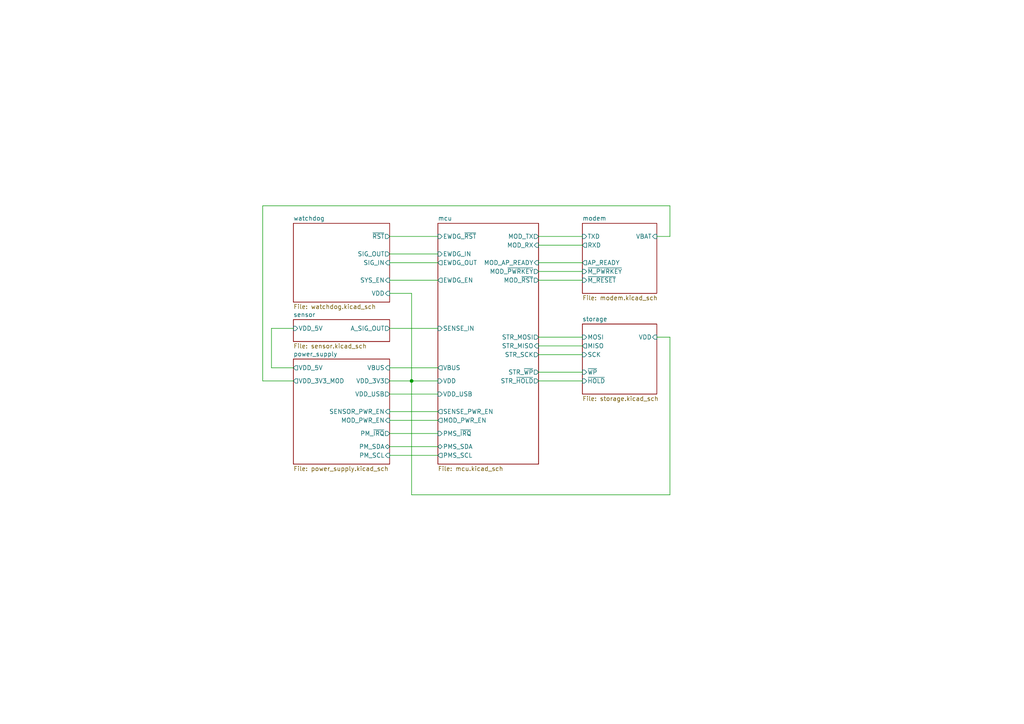
<source format=kicad_sch>
(kicad_sch
	(version 20250114)
	(generator "eeschema")
	(generator_version "9.0")
	(uuid "6eae54c6-c206-4dc6-8158-b1e680dd71f0")
	(paper "A4")
	(lib_symbols)
	(junction
		(at 119.38 110.49)
		(diameter 0)
		(color 0 0 0 0)
		(uuid "8306242f-13ad-4bdc-ae62-3c628620ef63")
	)
	(wire
		(pts
			(xy 113.03 114.3) (xy 127 114.3)
		)
		(stroke
			(width 0)
			(type default)
		)
		(uuid "0c6321a8-a43c-4861-901a-08837c9de064")
	)
	(wire
		(pts
			(xy 113.03 73.66) (xy 127 73.66)
		)
		(stroke
			(width 0)
			(type default)
		)
		(uuid "208354dd-984b-4cde-bc18-118f9e021f43")
	)
	(wire
		(pts
			(xy 156.21 107.95) (xy 168.91 107.95)
		)
		(stroke
			(width 0)
			(type default)
		)
		(uuid "260bea58-2475-495b-bf5c-f9b2345ca7c3")
	)
	(wire
		(pts
			(xy 156.21 110.49) (xy 168.91 110.49)
		)
		(stroke
			(width 0)
			(type default)
		)
		(uuid "3f9c5913-8d49-4e56-8eaa-4e23cb7db997")
	)
	(wire
		(pts
			(xy 113.03 95.25) (xy 127 95.25)
		)
		(stroke
			(width 0)
			(type default)
		)
		(uuid "4a43a839-06d8-4932-ba24-acb614be8434")
	)
	(wire
		(pts
			(xy 78.74 106.68) (xy 85.09 106.68)
		)
		(stroke
			(width 0)
			(type default)
		)
		(uuid "552aaec8-ce59-4864-86d6-eaa82083b466")
	)
	(wire
		(pts
			(xy 78.74 95.25) (xy 78.74 106.68)
		)
		(stroke
			(width 0)
			(type default)
		)
		(uuid "5aa063c2-1a1e-4b82-908b-abd944644142")
	)
	(wire
		(pts
			(xy 194.31 97.79) (xy 194.31 143.51)
		)
		(stroke
			(width 0)
			(type default)
		)
		(uuid "5b065742-ac1a-4d69-8d96-41c9a4a14440")
	)
	(wire
		(pts
			(xy 156.21 78.74) (xy 168.91 78.74)
		)
		(stroke
			(width 0)
			(type default)
		)
		(uuid "61f3dd49-a622-4caf-9d11-0068f3ec0ce9")
	)
	(wire
		(pts
			(xy 156.21 102.87) (xy 168.91 102.87)
		)
		(stroke
			(width 0)
			(type default)
		)
		(uuid "68b68058-b632-4d73-b1be-32a80eeeafab")
	)
	(wire
		(pts
			(xy 156.21 100.33) (xy 168.91 100.33)
		)
		(stroke
			(width 0)
			(type default)
		)
		(uuid "6a281ead-280c-4ee5-aa26-c969ef69c0c8")
	)
	(wire
		(pts
			(xy 113.03 106.68) (xy 127 106.68)
		)
		(stroke
			(width 0)
			(type default)
		)
		(uuid "6c0a28f3-f514-4631-be6a-a1ad66edd3a2")
	)
	(wire
		(pts
			(xy 113.03 81.28) (xy 127 81.28)
		)
		(stroke
			(width 0)
			(type default)
		)
		(uuid "6fcf13d1-234f-465b-bde7-ac7c6b498b87")
	)
	(wire
		(pts
			(xy 113.03 129.54) (xy 127 129.54)
		)
		(stroke
			(width 0)
			(type default)
		)
		(uuid "72e823c5-8bfd-41cb-93ca-0a423bc99c04")
	)
	(wire
		(pts
			(xy 190.5 97.79) (xy 194.31 97.79)
		)
		(stroke
			(width 0)
			(type default)
		)
		(uuid "784807e2-d41b-414d-b8fe-ca8ab196268b")
	)
	(wire
		(pts
			(xy 119.38 143.51) (xy 119.38 110.49)
		)
		(stroke
			(width 0)
			(type default)
		)
		(uuid "83607f8e-f034-46f0-bc5e-342c7c16aa86")
	)
	(wire
		(pts
			(xy 85.09 95.25) (xy 78.74 95.25)
		)
		(stroke
			(width 0)
			(type default)
		)
		(uuid "865aa877-382e-432e-9d63-abf5320d30ce")
	)
	(wire
		(pts
			(xy 156.21 68.58) (xy 168.91 68.58)
		)
		(stroke
			(width 0)
			(type default)
		)
		(uuid "9bdde605-314d-42d8-bee2-057dee63f742")
	)
	(wire
		(pts
			(xy 156.21 76.2) (xy 168.91 76.2)
		)
		(stroke
			(width 0)
			(type default)
		)
		(uuid "a47c45a3-bf69-463f-9676-ece7b3cb05a1")
	)
	(wire
		(pts
			(xy 113.03 119.38) (xy 127 119.38)
		)
		(stroke
			(width 0)
			(type default)
		)
		(uuid "aa44be44-347a-4124-824f-21cc735b2c62")
	)
	(wire
		(pts
			(xy 156.21 81.28) (xy 168.91 81.28)
		)
		(stroke
			(width 0)
			(type default)
		)
		(uuid "aace64f2-7d28-44cd-b0bf-dfa799a77a93")
	)
	(wire
		(pts
			(xy 113.03 85.09) (xy 119.38 85.09)
		)
		(stroke
			(width 0)
			(type default)
		)
		(uuid "b1268b5a-2f7e-4570-a05d-fd9cff3efd81")
	)
	(wire
		(pts
			(xy 113.03 121.92) (xy 127 121.92)
		)
		(stroke
			(width 0)
			(type default)
		)
		(uuid "b273cb3a-b479-4179-b336-c15c37d41513")
	)
	(wire
		(pts
			(xy 156.21 71.12) (xy 168.91 71.12)
		)
		(stroke
			(width 0)
			(type default)
		)
		(uuid "b3e3fe07-7c64-4e58-a718-5b6eceb0fe9b")
	)
	(wire
		(pts
			(xy 76.2 110.49) (xy 85.09 110.49)
		)
		(stroke
			(width 0)
			(type default)
		)
		(uuid "b3ed59b8-bc89-477a-b534-7fb9ca5e4344")
	)
	(wire
		(pts
			(xy 194.31 68.58) (xy 194.31 59.69)
		)
		(stroke
			(width 0)
			(type default)
		)
		(uuid "b5076387-8a77-4f03-8b50-64f234f612e3")
	)
	(wire
		(pts
			(xy 76.2 59.69) (xy 76.2 110.49)
		)
		(stroke
			(width 0)
			(type default)
		)
		(uuid "b6c71af7-d339-4880-a4aa-acbb69c0f997")
	)
	(wire
		(pts
			(xy 113.03 125.73) (xy 127 125.73)
		)
		(stroke
			(width 0)
			(type default)
		)
		(uuid "b81f9b2e-0754-42d7-a80c-86c662169766")
	)
	(wire
		(pts
			(xy 113.03 110.49) (xy 119.38 110.49)
		)
		(stroke
			(width 0)
			(type default)
		)
		(uuid "b9588cad-fde9-4f15-ab64-4ce903d7e296")
	)
	(wire
		(pts
			(xy 113.03 68.58) (xy 127 68.58)
		)
		(stroke
			(width 0)
			(type default)
		)
		(uuid "b9b1ebfb-2cfb-4660-9071-32baaccc0d80")
	)
	(wire
		(pts
			(xy 119.38 85.09) (xy 119.38 110.49)
		)
		(stroke
			(width 0)
			(type default)
		)
		(uuid "c4868576-049a-4375-8647-2923f3b82a2e")
	)
	(wire
		(pts
			(xy 194.31 143.51) (xy 119.38 143.51)
		)
		(stroke
			(width 0)
			(type default)
		)
		(uuid "c94f0dc1-c157-4c76-9d93-3ecd2b86fd26")
	)
	(wire
		(pts
			(xy 190.5 68.58) (xy 194.31 68.58)
		)
		(stroke
			(width 0)
			(type default)
		)
		(uuid "d2ba866c-3acd-4277-831f-b4ca95201236")
	)
	(wire
		(pts
			(xy 113.03 76.2) (xy 127 76.2)
		)
		(stroke
			(width 0)
			(type default)
		)
		(uuid "dbba7098-c465-4e9c-a104-61249ce180e7")
	)
	(wire
		(pts
			(xy 127 110.49) (xy 119.38 110.49)
		)
		(stroke
			(width 0)
			(type default)
		)
		(uuid "dc7a1057-9ad7-4cea-85ef-7c9899b5a2c1")
	)
	(wire
		(pts
			(xy 156.21 97.79) (xy 168.91 97.79)
		)
		(stroke
			(width 0)
			(type default)
		)
		(uuid "e4a830c8-115a-4af7-bc0f-56ba27d6d6a2")
	)
	(wire
		(pts
			(xy 113.03 132.08) (xy 127 132.08)
		)
		(stroke
			(width 0)
			(type default)
		)
		(uuid "ed6bd340-fe51-48c2-8004-9af146ec31f5")
	)
	(wire
		(pts
			(xy 194.31 59.69) (xy 76.2 59.69)
		)
		(stroke
			(width 0)
			(type default)
		)
		(uuid "fa7c3129-5897-4d30-a630-7142a61b4e54")
	)
	(sheet
		(at 85.09 92.71)
		(size 27.94 6.35)
		(exclude_from_sim no)
		(in_bom yes)
		(on_board yes)
		(dnp no)
		(fields_autoplaced yes)
		(stroke
			(width 0.1524)
			(type solid)
		)
		(fill
			(color 0 0 0 0.0000)
		)
		(uuid "22e9f486-4798-4059-a7c3-70d4a6cb0bad")
		(property "Sheetname" "sensor"
			(at 85.09 91.9984 0)
			(effects
				(font
					(size 1.27 1.27)
				)
				(justify left bottom)
			)
		)
		(property "Sheetfile" "sensor.kicad_sch"
			(at 85.09 99.6446 0)
			(effects
				(font
					(size 1.27 1.27)
				)
				(justify left top)
			)
		)
		(pin "A_SIG_OUT" output
			(at 113.03 95.25 0)
			(uuid "3a5239ff-879e-468e-bd4b-d943aa9653ba")
			(effects
				(font
					(size 1.27 1.27)
				)
				(justify right)
			)
		)
		(pin "VDD_5V" input
			(at 85.09 95.25 180)
			(uuid "29fd7e1e-0371-48f6-9eff-45af1e7a3da1")
			(effects
				(font
					(size 1.27 1.27)
				)
				(justify left)
			)
		)
		(instances
			(project "SoilMoistureIoT"
				(path "/6eae54c6-c206-4dc6-8158-b1e680dd71f0"
					(page "9")
				)
			)
		)
	)
	(sheet
		(at 85.09 64.77)
		(size 27.94 22.86)
		(exclude_from_sim no)
		(in_bom yes)
		(on_board yes)
		(dnp no)
		(fields_autoplaced yes)
		(stroke
			(width 0.1524)
			(type solid)
		)
		(fill
			(color 0 0 0 0.0000)
		)
		(uuid "3949ee7e-094b-4de6-a13a-5d424a36c737")
		(property "Sheetname" "watchdog"
			(at 85.09 64.0584 0)
			(effects
				(font
					(size 1.27 1.27)
				)
				(justify left bottom)
			)
		)
		(property "Sheetfile" "watchdog.kicad_sch"
			(at 85.09 88.2146 0)
			(effects
				(font
					(size 1.27 1.27)
				)
				(justify left top)
			)
		)
		(pin "SIG_IN" input
			(at 113.03 76.2 0)
			(uuid "5e99607c-e868-43c1-8204-d177d84bcd64")
			(effects
				(font
					(size 1.27 1.27)
				)
				(justify right)
			)
		)
		(pin "~{RST}" output
			(at 113.03 68.58 0)
			(uuid "0fc6e7da-2e5c-4b56-a3c1-cdc1bbd5cd59")
			(effects
				(font
					(size 1.27 1.27)
				)
				(justify right)
			)
		)
		(pin "SYS_EN" input
			(at 113.03 81.28 0)
			(uuid "766e36af-b6a3-4b21-9505-5dd3a0a4c90f")
			(effects
				(font
					(size 1.27 1.27)
				)
				(justify right)
			)
		)
		(pin "VDD" input
			(at 113.03 85.09 0)
			(uuid "e091a924-de5d-40c1-b305-ab908b6fb8b7")
			(effects
				(font
					(size 1.27 1.27)
				)
				(justify right)
			)
		)
		(pin "SIG_OUT" output
			(at 113.03 73.66 0)
			(uuid "35e73c78-3d1a-42f6-add1-b1c0e75dbc6d")
			(effects
				(font
					(size 1.27 1.27)
				)
				(justify right)
			)
		)
		(instances
			(project "SoilMoistureIoT"
				(path "/6eae54c6-c206-4dc6-8158-b1e680dd71f0"
					(page "8")
				)
			)
		)
	)
	(sheet
		(at 85.09 104.14)
		(size 27.94 30.48)
		(exclude_from_sim no)
		(in_bom yes)
		(on_board yes)
		(dnp no)
		(fields_autoplaced yes)
		(stroke
			(width 0.1524)
			(type solid)
		)
		(fill
			(color 0 0 0 0.0000)
		)
		(uuid "519de0ed-c376-4d97-93f0-c2eb3057e7f8")
		(property "Sheetname" "power_supply"
			(at 85.09 103.4284 0)
			(effects
				(font
					(size 1.27 1.27)
				)
				(justify left bottom)
			)
		)
		(property "Sheetfile" "power_supply.kicad_sch"
			(at 85.09 135.2046 0)
			(effects
				(font
					(size 1.27 1.27)
				)
				(justify left top)
			)
		)
		(pin "VBUS" input
			(at 113.03 106.68 0)
			(uuid "a84575f8-cda9-4425-b30d-dc5c7cfdcd47")
			(effects
				(font
					(size 1.27 1.27)
				)
				(justify right)
			)
		)
		(pin "VDD_3V3" output
			(at 113.03 110.49 0)
			(uuid "13eab3dd-3e40-415b-89cc-1634cb0c720b")
			(effects
				(font
					(size 1.27 1.27)
				)
				(justify right)
			)
		)
		(pin "VDD_5V" output
			(at 85.09 106.68 180)
			(uuid "3135a690-b9e4-4ec0-8496-4a6a97450edc")
			(effects
				(font
					(size 1.27 1.27)
				)
				(justify left)
			)
		)
		(pin "PM_SDA" bidirectional
			(at 113.03 129.54 0)
			(uuid "e88f1e8e-3ef6-4bfb-92d0-dc7bebc9fd58")
			(effects
				(font
					(size 1.27 1.27)
				)
				(justify right)
			)
		)
		(pin "VDD_3V3_MOD" output
			(at 85.09 110.49 180)
			(uuid "35a1619e-6579-474c-90ad-c5a6723c8829")
			(effects
				(font
					(size 1.27 1.27)
				)
				(justify left)
			)
		)
		(pin "SENSOR_PWR_EN" input
			(at 113.03 119.38 0)
			(uuid "d97656e8-f731-4c5b-9d24-555497d65a6d")
			(effects
				(font
					(size 1.27 1.27)
				)
				(justify right)
			)
		)
		(pin "MOD_PWR_EN" input
			(at 113.03 121.92 0)
			(uuid "41f0244f-e311-4f18-b5e7-69e51ffd2038")
			(effects
				(font
					(size 1.27 1.27)
				)
				(justify right)
			)
		)
		(pin "PM_~{IRQ}" output
			(at 113.03 125.73 0)
			(uuid "ba0966c8-1655-4331-bd56-884e63eb6f21")
			(effects
				(font
					(size 1.27 1.27)
				)
				(justify right)
			)
		)
		(pin "PM_SCL" input
			(at 113.03 132.08 0)
			(uuid "307e9140-8960-4f15-b196-afbcd567b2aa")
			(effects
				(font
					(size 1.27 1.27)
				)
				(justify right)
			)
		)
		(pin "VDD_USB" output
			(at 113.03 114.3 0)
			(uuid "73f57867-f7fc-47d8-84c4-b39d39d51443")
			(effects
				(font
					(size 1.27 1.27)
				)
				(justify right)
			)
		)
		(instances
			(project "SoilMoistureIoT"
				(path "/6eae54c6-c206-4dc6-8158-b1e680dd71f0"
					(page "10")
				)
			)
		)
	)
	(sheet
		(at 168.91 93.98)
		(size 21.59 20.32)
		(exclude_from_sim no)
		(in_bom yes)
		(on_board yes)
		(dnp no)
		(fields_autoplaced yes)
		(stroke
			(width 0.1524)
			(type solid)
		)
		(fill
			(color 0 0 0 0.0000)
		)
		(uuid "8ec2a5ed-daeb-437b-a8f4-23b6f7bcb640")
		(property "Sheetname" "storage"
			(at 168.91 93.2684 0)
			(effects
				(font
					(size 1.27 1.27)
				)
				(justify left bottom)
			)
		)
		(property "Sheetfile" "storage.kicad_sch"
			(at 168.91 114.8846 0)
			(effects
				(font
					(size 1.27 1.27)
				)
				(justify left top)
			)
		)
		(pin "VDD" input
			(at 190.5 97.79 0)
			(uuid "1fb8a276-d02b-4904-bed7-150467e55b0e")
			(effects
				(font
					(size 1.27 1.27)
				)
				(justify right)
			)
		)
		(pin "MOSI" input
			(at 168.91 97.79 180)
			(uuid "ffff2b94-8dd9-40c8-9b3e-37ef70206d22")
			(effects
				(font
					(size 1.27 1.27)
				)
				(justify left)
			)
		)
		(pin "SCK" input
			(at 168.91 102.87 180)
			(uuid "95473feb-ef34-41e8-ac38-0055c6d9e352")
			(effects
				(font
					(size 1.27 1.27)
				)
				(justify left)
			)
		)
		(pin "~{WP}" input
			(at 168.91 107.95 180)
			(uuid "d521bf6b-7d14-411a-8066-a11b33b078f4")
			(effects
				(font
					(size 1.27 1.27)
				)
				(justify left)
			)
		)
		(pin "MISO" output
			(at 168.91 100.33 180)
			(uuid "1d50253e-df8f-4106-8b29-f8650e49cdab")
			(effects
				(font
					(size 1.27 1.27)
				)
				(justify left)
			)
		)
		(pin "~{HOLD}" input
			(at 168.91 110.49 180)
			(uuid "c76f8fe8-59ea-45ff-a8d3-703e89655679")
			(effects
				(font
					(size 1.27 1.27)
				)
				(justify left)
			)
		)
		(instances
			(project "SoilMoistureIoT"
				(path "/6eae54c6-c206-4dc6-8158-b1e680dd71f0"
					(page "7")
				)
			)
		)
	)
	(sheet
		(at 127 64.77)
		(size 29.21 69.85)
		(exclude_from_sim no)
		(in_bom yes)
		(on_board yes)
		(dnp no)
		(fields_autoplaced yes)
		(stroke
			(width 0.1524)
			(type solid)
		)
		(fill
			(color 0 0 0 0.0000)
		)
		(uuid "ad775ff2-1cdf-4c1b-bda6-7abaa696ba2c")
		(property "Sheetname" "mcu"
			(at 127 64.0584 0)
			(effects
				(font
					(size 1.27 1.27)
				)
				(justify left bottom)
			)
		)
		(property "Sheetfile" "mcu.kicad_sch"
			(at 127 135.2046 0)
			(effects
				(font
					(size 1.27 1.27)
				)
				(justify left top)
			)
		)
		(pin "STR_~{HOLD}" output
			(at 156.21 110.49 0)
			(uuid "b99fd86d-bf82-4af1-8acc-04123962207f")
			(effects
				(font
					(size 1.27 1.27)
				)
				(justify right)
			)
		)
		(pin "MOD_TX" output
			(at 156.21 68.58 0)
			(uuid "6aab6bc2-6aea-4f83-925c-26f8681c4560")
			(effects
				(font
					(size 1.27 1.27)
				)
				(justify right)
			)
		)
		(pin "MOD_RX" input
			(at 156.21 71.12 0)
			(uuid "6eb984f8-e00d-42eb-b480-0fe645f85bb5")
			(effects
				(font
					(size 1.27 1.27)
				)
				(justify right)
			)
		)
		(pin "STR_SCK" output
			(at 156.21 102.87 0)
			(uuid "d511ad2a-d4c3-40f7-84a8-2fc74d87473a")
			(effects
				(font
					(size 1.27 1.27)
				)
				(justify right)
			)
		)
		(pin "STR_MOSI" output
			(at 156.21 97.79 0)
			(uuid "50ba3557-83c5-4346-a90d-3e3161470e45")
			(effects
				(font
					(size 1.27 1.27)
				)
				(justify right)
			)
		)
		(pin "STR_MISO" input
			(at 156.21 100.33 0)
			(uuid "938a16b8-57fd-4eca-94fa-6c10ebc50f31")
			(effects
				(font
					(size 1.27 1.27)
				)
				(justify right)
			)
		)
		(pin "STR_~{WP}" output
			(at 156.21 107.95 0)
			(uuid "0c984ee4-fbe4-499c-9bfb-ab97f21e7990")
			(effects
				(font
					(size 1.27 1.27)
				)
				(justify right)
			)
		)
		(pin "EWDG_~{RST}" input
			(at 127 68.58 180)
			(uuid "d2dea767-b940-4706-ae3c-2257729adee6")
			(effects
				(font
					(size 1.27 1.27)
				)
				(justify left)
			)
		)
		(pin "EWDG_IN" input
			(at 127 73.66 180)
			(uuid "0576e7ce-0d86-464e-8b03-63841e0b4c5c")
			(effects
				(font
					(size 1.27 1.27)
				)
				(justify left)
			)
		)
		(pin "EWDG_OUT" output
			(at 127 76.2 180)
			(uuid "34aaefd4-da84-429f-892c-b4e1048a7704")
			(effects
				(font
					(size 1.27 1.27)
				)
				(justify left)
			)
		)
		(pin "MOD_~{RST}" output
			(at 156.21 81.28 0)
			(uuid "648bad33-d495-4034-acba-d1bf88c04a8c")
			(effects
				(font
					(size 1.27 1.27)
				)
				(justify right)
			)
		)
		(pin "MOD_AP_READY" input
			(at 156.21 76.2 0)
			(uuid "8a0e30a0-9658-49e2-833d-8aa8c0fae9a2")
			(effects
				(font
					(size 1.27 1.27)
				)
				(justify right)
			)
		)
		(pin "MOD_~{PWRKEY}" output
			(at 156.21 78.74 0)
			(uuid "2f74e3d7-800f-4553-bee4-28f11470e2b8")
			(effects
				(font
					(size 1.27 1.27)
				)
				(justify right)
			)
		)
		(pin "EWDG_EN" output
			(at 127 81.28 180)
			(uuid "f02f0019-d618-4a1b-aa13-0b4001295778")
			(effects
				(font
					(size 1.27 1.27)
				)
				(justify left)
			)
		)
		(pin "SENSE_IN" input
			(at 127 95.25 180)
			(uuid "920f7656-a575-4e8f-a3e1-de86c7c87927")
			(effects
				(font
					(size 1.27 1.27)
				)
				(justify left)
			)
		)
		(pin "VBUS" output
			(at 127 106.68 180)
			(uuid "9de1c1c9-8118-45fd-9800-9bf80ff56c2c")
			(effects
				(font
					(size 1.27 1.27)
				)
				(justify left)
			)
		)
		(pin "VDD" input
			(at 127 110.49 180)
			(uuid "1bf0271e-c78a-4ebe-a30b-d71e39140645")
			(effects
				(font
					(size 1.27 1.27)
				)
				(justify left)
			)
		)
		(pin "PMS_SDA" bidirectional
			(at 127 129.54 180)
			(uuid "9ec8ddea-a248-4264-a07c-c8bcadf69bcc")
			(effects
				(font
					(size 1.27 1.27)
				)
				(justify left)
			)
		)
		(pin "PMS_SCL" output
			(at 127 132.08 180)
			(uuid "1959635a-2b1b-4654-97dd-5e05e3077480")
			(effects
				(font
					(size 1.27 1.27)
				)
				(justify left)
			)
		)
		(pin "VDD_USB" input
			(at 127 114.3 180)
			(uuid "b67d95eb-1c65-4d68-a707-c0ddab62813a")
			(effects
				(font
					(size 1.27 1.27)
				)
				(justify left)
			)
		)
		(pin "SENSE_PWR_EN" output
			(at 127 119.38 180)
			(uuid "f22b8ea2-6629-4437-81b4-dadad6a94b1d")
			(effects
				(font
					(size 1.27 1.27)
				)
				(justify left)
			)
		)
		(pin "PMS_~{IRQ}" input
			(at 127 125.73 180)
			(uuid "2f598e70-9f53-4133-a9f4-75394feeb6d9")
			(effects
				(font
					(size 1.27 1.27)
				)
				(justify left)
			)
		)
		(pin "MOD_PWR_EN" output
			(at 127 121.92 180)
			(uuid "4a2ff02f-950e-4041-a3e6-e3e29d89d326")
			(effects
				(font
					(size 1.27 1.27)
				)
				(justify left)
			)
		)
		(instances
			(project "SoilMoistureIoT"
				(path "/6eae54c6-c206-4dc6-8158-b1e680dd71f0"
					(page "2")
				)
			)
		)
	)
	(sheet
		(at 168.91 64.77)
		(size 21.59 20.32)
		(exclude_from_sim no)
		(in_bom yes)
		(on_board yes)
		(dnp no)
		(fields_autoplaced yes)
		(stroke
			(width 0.1524)
			(type solid)
		)
		(fill
			(color 0 0 0 0.0000)
		)
		(uuid "ebbdb87f-b8f8-4648-9b7d-b4445aa220ac")
		(property "Sheetname" "modem"
			(at 168.91 64.0584 0)
			(effects
				(font
					(size 1.27 1.27)
				)
				(justify left bottom)
			)
		)
		(property "Sheetfile" "modem.kicad_sch"
			(at 168.91 85.6746 0)
			(effects
				(font
					(size 1.27 1.27)
				)
				(justify left top)
			)
		)
		(pin "~{M_RESET}" input
			(at 168.91 81.28 180)
			(uuid "1dcca359-b9d6-4add-9aeb-f479d9f30490")
			(effects
				(font
					(size 1.27 1.27)
				)
				(justify left)
			)
		)
		(pin "~{M_PWRKEY}" input
			(at 168.91 78.74 180)
			(uuid "75ad78cb-e23f-45cd-84aa-26e9f7dbe19d")
			(effects
				(font
					(size 1.27 1.27)
				)
				(justify left)
			)
		)
		(pin "AP_READY" output
			(at 168.91 76.2 180)
			(uuid "ab8faa3f-f65f-4037-8919-a46d92b14308")
			(effects
				(font
					(size 1.27 1.27)
				)
				(justify left)
			)
		)
		(pin "VBAT" input
			(at 190.5 68.58 0)
			(uuid "e9e05aa9-258a-4e8b-9e9d-154a86d80ee2")
			(effects
				(font
					(size 1.27 1.27)
				)
				(justify right)
			)
		)
		(pin "RXD" output
			(at 168.91 71.12 180)
			(uuid "608ed6c9-5f1a-46f5-b328-ee57ad996df2")
			(effects
				(font
					(size 1.27 1.27)
				)
				(justify left)
			)
		)
		(pin "TXD" input
			(at 168.91 68.58 180)
			(uuid "c0739678-dec0-4936-98c4-c546827c2c48")
			(effects
				(font
					(size 1.27 1.27)
				)
				(justify left)
			)
		)
		(instances
			(project "SoilMoistureIoT"
				(path "/6eae54c6-c206-4dc6-8158-b1e680dd71f0"
					(page "3")
				)
			)
		)
	)
	(sheet_instances
		(path "/"
			(page "1")
		)
	)
	(embedded_fonts no)
)

</source>
